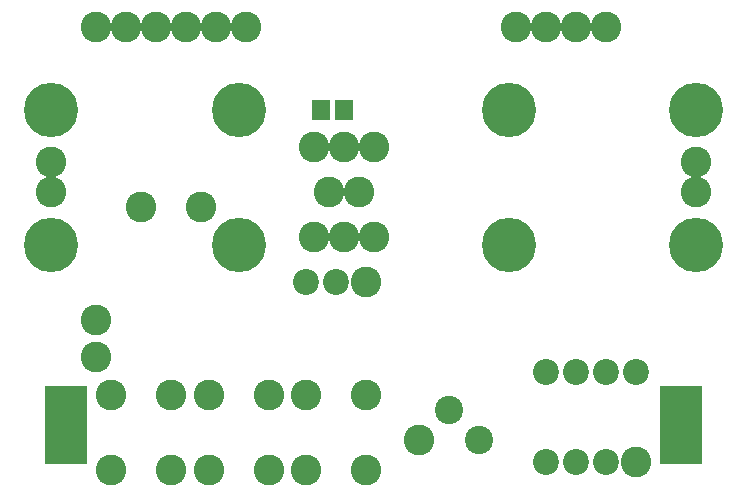
<source format=gbr>
%FSLAX34Y34*%
%MOMM*%
%LNSOLDERMASK_BOTTOM*%
G71*
G01*
%ADD10C, 4.60*%
%ADD11C, 2.60*%
%ADD12C, 2.40*%
%ADD13C, 2.20*%
%ADD14C, 2.60*%
%ADD15R, 1.50X1.80*%
%LPD*%
X444500Y869950D02*
G54D10*
D03*
X603250Y869950D02*
G54D10*
D03*
X444500Y755650D02*
G54D10*
D03*
X603250Y755650D02*
G54D10*
D03*
X215900Y869950D02*
G54D10*
D03*
X57150Y869950D02*
G54D10*
D03*
X215900Y755650D02*
G54D10*
D03*
X57150Y755650D02*
G54D10*
D03*
G36*
X51850Y636250D02*
X87850Y636250D01*
X87850Y570250D01*
X51850Y570250D01*
X51850Y636250D01*
G37*
G36*
X572550Y636250D02*
X608550Y636250D01*
X608550Y570250D01*
X572550Y570250D01*
X572550Y636250D01*
G37*
X450850Y939800D02*
G54D11*
D03*
X476250Y939800D02*
G54D11*
D03*
X501650Y939800D02*
G54D11*
D03*
X527050Y939800D02*
G54D11*
D03*
X95250Y939800D02*
G54D11*
D03*
X120650Y939800D02*
G54D11*
D03*
X146050Y939800D02*
G54D11*
D03*
X171450Y939800D02*
G54D11*
D03*
X196850Y939800D02*
G54D11*
D03*
X222250Y939800D02*
G54D11*
D03*
X133350Y787400D02*
G54D11*
D03*
X184150Y787400D02*
G54D11*
D03*
X393700Y615950D02*
G54D12*
D03*
X368300Y590550D02*
G54D12*
D03*
X419100Y590550D02*
G54D12*
D03*
X273050Y628650D02*
G54D11*
D03*
X323850Y628650D02*
G54D11*
D03*
X273050Y565150D02*
G54D11*
D03*
X323850Y565150D02*
G54D11*
D03*
X323850Y723900D02*
G54D13*
D03*
X298450Y723900D02*
G54D13*
D03*
X273050Y723900D02*
G54D13*
D03*
X476250Y571500D02*
G54D13*
D03*
X501650Y571500D02*
G54D13*
D03*
X527050Y571500D02*
G54D13*
D03*
X552450Y571500D02*
G54D13*
D03*
X476250Y647700D02*
G54D13*
D03*
X501650Y647700D02*
G54D13*
D03*
X527050Y647700D02*
G54D13*
D03*
X552450Y647700D02*
G54D13*
D03*
X57150Y755650D02*
G54D10*
D03*
X215900Y755650D02*
G54D10*
D03*
X444500Y755650D02*
G54D10*
D03*
X603250Y755650D02*
G54D10*
D03*
X552455Y571500D02*
G54D11*
D03*
X450850Y939800D02*
G54D11*
D03*
X196850Y939800D02*
G54D11*
D03*
X368300Y590550D02*
G54D11*
D03*
X323850Y723900D02*
G54D14*
D03*
X273050Y628650D02*
G54D11*
D03*
X273050Y565150D02*
G54D11*
D03*
X190500Y628650D02*
G54D11*
D03*
X241300Y628650D02*
G54D11*
D03*
X190500Y565150D02*
G54D11*
D03*
X241300Y565150D02*
G54D11*
D03*
X190500Y628650D02*
G54D11*
D03*
X190500Y565150D02*
G54D11*
D03*
X107950Y628650D02*
G54D11*
D03*
X158750Y628650D02*
G54D11*
D03*
X107950Y565150D02*
G54D11*
D03*
X158750Y565150D02*
G54D11*
D03*
X107950Y628650D02*
G54D11*
D03*
X107950Y565150D02*
G54D11*
D03*
X330200Y838200D02*
G54D11*
D03*
X304800Y838200D02*
G54D11*
D03*
X279400Y838200D02*
G54D11*
D03*
X330200Y762000D02*
G54D11*
D03*
X304800Y762000D02*
G54D11*
D03*
X279400Y762000D02*
G54D11*
D03*
X304800Y838200D02*
G54D11*
D03*
X95250Y692150D02*
G54D11*
D03*
X95250Y660400D02*
G54D11*
D03*
X57150Y825500D02*
G54D11*
D03*
X57150Y800095D02*
G54D11*
D03*
X603250Y825500D02*
G54D11*
D03*
X603250Y800095D02*
G54D11*
D03*
X292100Y800100D02*
G54D11*
D03*
X317500Y800100D02*
G54D11*
D03*
X285750Y869950D02*
G54D15*
D03*
X304750Y869950D02*
G54D15*
D03*
M02*

</source>
